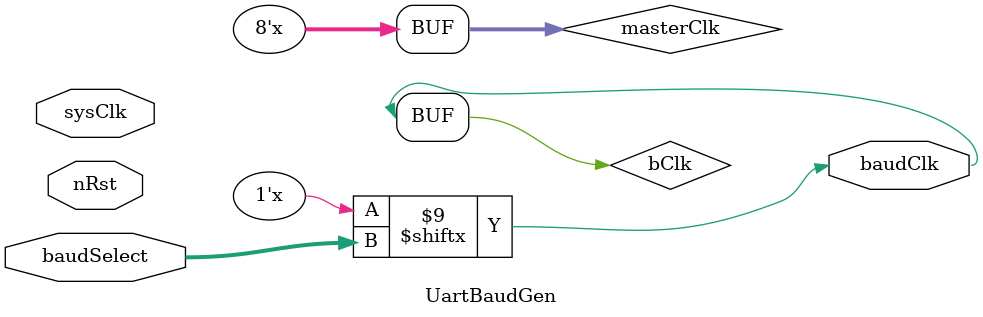
<source format=v>
module UartBaudGen
# ( parameter SYSTEM_CLOCK_MHZ = 100*1000000 /***** TODO *****/,
    parameter BAUD_CLK_MULT = 8.0 /***** TODO *****/,        // baud clock multiplier eg Bclk x 8    
    parameter MAX_BAUD_RATE = 651.0 /***** TODO *****/)   // maximum baud rate used to define initial divider
  (
    input sysClk, nRst,
    input  [2:0] baudSelect,
    output baudClk );

localparam CLK_DIV = $rtoi(SYSTEM_CLOCK_MHZ/(MAX_BAUD_RATE*BAUD_CLK_MULT*2));
localparam DIV_BITS = $clog2(CLK_DIV) + 1;

reg [DIV_BITS-1:0] count = 0;
reg [7:0] masterClk=0;

// TODO: define two counters and the multiplexer
reg bClk=0;
assign baudClk=bClk;

always @(negedge nRst) begin //reset module
    count=0;
    masterClk=0;
end

always @(posedge sysClk) begin //Modulo counter
    if (count==CLK_DIV[31:0])
        count=0;
    else
        count=count+1;
end

always @(*) begin //8-bit counter
    if (count==0)
        masterClk=masterClk+1;
end

always @(*) begin //baud clk select
    bClk=masterClk[baudSelect];
end

endmodule

</source>
